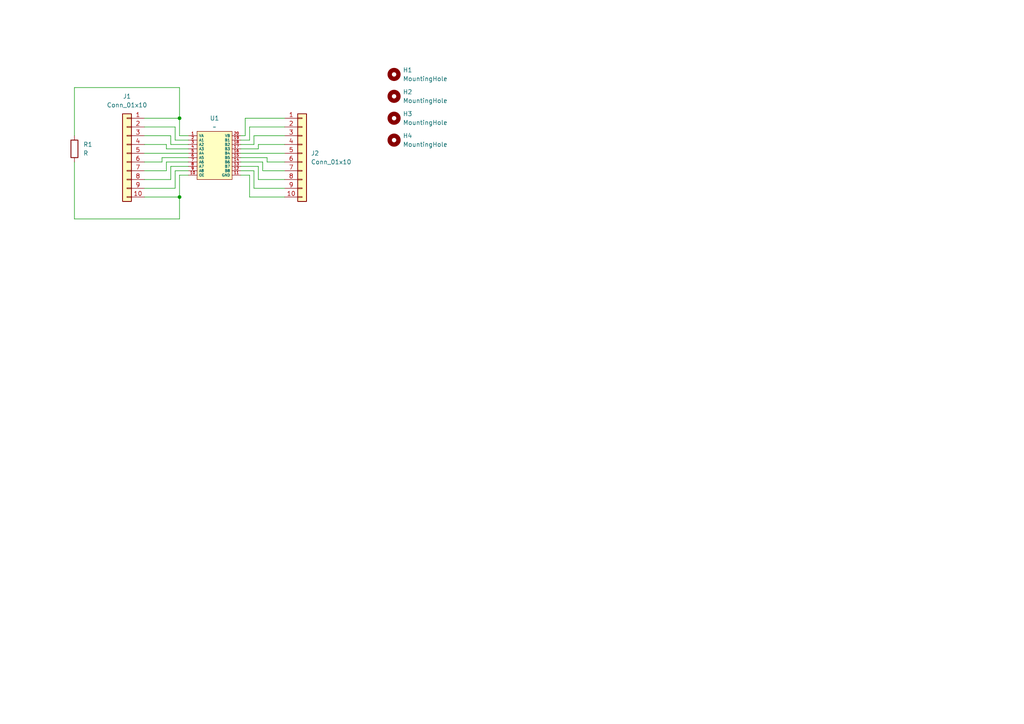
<source format=kicad_sch>
(kicad_sch (version 20250114) (generator "eeschema") (generator_version "9.0")
  (paper "A4")
  (lib_symbols
    (symbol "Connector_Generic:Conn_01x10" (pin_names (offset 1.016) (hide yes))
      (property "Reference" "J" (at 0 12.7 0))
      (property "Value" "Conn_01x10" (at 0 -15.24 0))
      (symbol "Conn_01x10_1_1"
        (rectangle (start -1.27 11.43) (end 1.27 -13.97) (stroke (width 0.254)) (fill (type background)))
        (rectangle (start -1.27 10.287) (end 0 10.033) (stroke (width 0.1524)))
        (rectangle (start -1.27 7.747) (end 0 7.493) (stroke (width 0.1524)))
        (rectangle (start -1.27 5.207) (end 0 4.953) (stroke (width 0.1524)))
        (rectangle (start -1.27 2.667) (end 0 2.413) (stroke (width 0.1524)))
        (rectangle (start -1.27 0.127) (end 0 -0.127) (stroke (width 0.1524)))
        (rectangle (start -1.27 -2.413) (end 0 -2.667) (stroke (width 0.1524)))
        (rectangle (start -1.27 -4.953) (end 0 -5.207) (stroke (width 0.1524)))
        (rectangle (start -1.27 -7.493) (end 0 -7.747) (stroke (width 0.1524)))
        (rectangle (start -1.27 -10.033) (end 0 -10.287) (stroke (width 0.1524)))
        (rectangle (start -1.27 -12.573) (end 0 -12.827) (stroke (width 0.1524)))
        (pin passive line (at -5.08 10.16 0) (length 3.81) (name "Pin_1") (number "1"))
        (pin passive line (at -5.08 7.62 0) (length 3.81) (name "Pin_2") (number "2"))
        (pin passive line (at -5.08 5.08 0) (length 3.81) (name "Pin_3") (number "3"))
        (pin passive line (at -5.08 2.54 0) (length 3.81) (name "Pin_4") (number "4"))
        (pin passive line (at -5.08 0 0) (length 3.81) (name "Pin_5") (number "5"))
        (pin passive line (at -5.08 -2.54 0) (length 3.81) (name "Pin_6") (number "6"))
        (pin passive line (at -5.08 -5.08 0) (length 3.81) (name "Pin_7") (number "7"))
        (pin passive line (at -5.08 -7.62 0) (length 3.81) (name "Pin_8") (number "8"))
        (pin passive line (at -5.08 -10.16 0) (length 3.81) (name "Pin_9") (number "9"))
        (pin passive line (at -5.08 -12.7 0) (length 3.81) (name "Pin_10") (number "10"))
      )
    )
    (symbol "Device:R" (pin_numbers (hide yes)) (pin_names (offset 0))
      (property "Reference" "R" (at 2.032 0 90))
      (property "Value" "R" (at 0 0 90))
      (symbol "R_0_1"
        (rectangle (start -1.016 -2.54) (end 1.016 2.54) (stroke (width 0.254)))
      )
      (symbol "R_1_1"
        (pin passive line (at 0 3.81 270) (length 1.27) (name "~") (number "1"))
        (pin passive line (at 0 -3.81 90) (length 1.27) (name "~") (number "2"))
      )
    )
    (symbol "Mechanical:MountingHole" (pin_names (offset 1.016)) (in_bom no)
      (property "Reference" "H" (at 0 5.08 0))
      (property "Value" "MountingHole" (at 0 3.175 0))
      (symbol "MountingHole_0_1"
        (circle (center 0 0) (radius 1.27) (stroke (width 1.27)))
      )
    )
    (symbol "_pinout_10x2_50mil:TXS0108"
      (property "Reference" "U1" (at 5.08 5.08 0))
      (property "Value" "~" (at 5.08 2.54 0))
      (symbol "TXS0108_1_1"
        (rectangle (start 0 1.27) (end 10.16 -12.7) (fill (type background)))
        (pin power_in line (at -2.54 0 0) (length 2.54) (name "VA") (number "1"))
        (pin bidirectional line (at -2.54 -1.27 0) (length 2.54) (name "A1") (number "2"))
        (pin bidirectional line (at -2.54 -2.54 0) (length 2.54) (name "A2") (number "3"))
        (pin bidirectional line (at -2.54 -3.81 0) (length 2.54) (name "A3") (number "4"))
        (pin bidirectional line (at -2.54 -5.08 0) (length 2.54) (name "A4") (number "5"))
        (pin bidirectional line (at -2.54 -6.35 0) (length 2.54) (name "A5") (number "6"))
        (pin bidirectional line (at -2.54 -7.62 0) (length 2.54) (name "A6") (number "7"))
        (pin bidirectional line (at -2.54 -8.89 0) (length 2.54) (name "A7") (number "8"))
        (pin bidirectional line (at -2.54 -10.16 0) (length 2.54) (name "A8") (number "9"))
        (pin input line (at -2.54 -11.43 0) (length 2.54) (name "OE") (number "10"))
        (pin power_in line (at 12.7 0 180) (length 2.54) (name "VB") (number "20"))
        (pin bidirectional line (at 12.7 -1.27 180) (length 2.54) (name "B1") (number "19"))
        (pin bidirectional line (at 12.7 -2.54 180) (length 2.54) (name "B2") (number "18"))
        (pin bidirectional line (at 12.7 -3.81 180) (length 2.54) (name "B3") (number "17"))
        (pin bidirectional line (at 12.7 -5.08 180) (length 2.54) (name "B4") (number "16"))
        (pin bidirectional line (at 12.7 -6.35 180) (length 2.54) (name "B5") (number "15"))
        (pin bidirectional line (at 12.7 -7.62 180) (length 2.54) (name "B6") (number "14"))
        (pin bidirectional line (at 12.7 -8.89 180) (length 2.54) (name "B7") (number "13"))
        (pin bidirectional line (at 12.7 -10.16 180) (length 2.54) (name "B8") (number "12"))
        (pin power_in line (at 12.7 -11.43 180) (length 2.54) (name "GND") (number "11"))
      )
    )
  )
  (junction (at 52.07 34.29))
  (junction (at 52.07 57.15))
  (wire (pts (xy 41.91 49.53) (xy 48.26 49.53)))
  (wire (pts (xy 74.93 41.91) (xy 82.55 41.91)))
  (wire (pts (xy 73.66 39.37) (xy 82.55 39.37)))
  (wire (pts (xy 69.85 46.99) (xy 76.2 46.99)))
  (wire (pts (xy 46.99 46.99) (xy 46.99 45.72)))
  (wire (pts (xy 41.91 39.37) (xy 49.53 39.37)))
  (wire (pts (xy 72.39 36.83) (xy 82.55 36.83)))
  (wire (pts (xy 71.12 34.29) (xy 82.55 34.29)))
  (wire (pts (xy 73.66 49.53) (xy 73.66 54.61)))
  (wire (pts (xy 74.93 52.07) (xy 82.55 52.07)))
  (wire (pts (xy 69.85 39.37) (xy 71.12 39.37)))
  (wire (pts (xy 69.85 40.64) (xy 72.39 40.64)))
  (wire (pts (xy 52.07 34.29) (xy 52.07 39.37)))
  (wire (pts (xy 21.59 25.4) (xy 52.07 25.4)))
  (wire (pts (xy 21.59 63.5) (xy 52.07 63.5)))
  (wire (pts (xy 50.8 36.83) (xy 50.8 40.64)))
  (wire (pts (xy 41.91 34.29) (xy 52.07 34.29)))
  (wire (pts (xy 41.91 52.07) (xy 49.53 52.07)))
  (wire (pts (xy 49.53 52.07) (xy 49.53 48.26)))
  (wire (pts (xy 69.85 44.45) (xy 82.55 44.45)))
  (wire (pts (xy 49.53 41.91) (xy 54.61 41.91)))
  (wire (pts (xy 52.07 39.37) (xy 54.61 39.37)))
  (wire (pts (xy 72.39 50.8) (xy 72.39 57.15)))
  (wire (pts (xy 52.07 57.15) (xy 52.07 50.8)))
  (wire (pts (xy 50.8 54.61) (xy 50.8 49.53)))
  (wire (pts (xy 69.85 41.91) (xy 73.66 41.91)))
  (wire (pts (xy 21.59 46.99) (xy 21.59 63.5)))
  (wire (pts (xy 69.85 48.26) (xy 74.93 48.26)))
  (wire (pts (xy 73.66 41.91) (xy 73.66 39.37)))
  (wire (pts (xy 48.26 49.53) (xy 48.26 46.99)))
  (wire (pts (xy 74.93 48.26) (xy 74.93 52.07)))
  (wire (pts (xy 48.26 46.99) (xy 54.61 46.99)))
  (wire (pts (xy 41.91 46.99) (xy 46.99 46.99)))
  (wire (pts (xy 50.8 49.53) (xy 54.61 49.53)))
  (wire (pts (xy 41.91 57.15) (xy 52.07 57.15)))
  (wire (pts (xy 76.2 46.99) (xy 76.2 49.53)))
  (wire (pts (xy 74.93 43.18) (xy 74.93 41.91)))
  (wire (pts (xy 77.47 46.99) (xy 82.55 46.99)))
  (wire (pts (xy 48.26 41.91) (xy 48.26 43.18)))
  (wire (pts (xy 52.07 57.15) (xy 52.07 63.5)))
  (wire (pts (xy 21.59 39.37) (xy 21.59 25.4)))
  (wire (pts (xy 48.26 43.18) (xy 54.61 43.18)))
  (wire (pts (xy 77.47 45.72) (xy 77.47 46.99)))
  (wire (pts (xy 52.07 50.8) (xy 54.61 50.8)))
  (wire (pts (xy 49.53 48.26) (xy 54.61 48.26)))
  (wire (pts (xy 46.99 45.72) (xy 54.61 45.72)))
  (wire (pts (xy 69.85 45.72) (xy 77.47 45.72)))
  (wire (pts (xy 49.53 39.37) (xy 49.53 41.91)))
  (wire (pts (xy 41.91 41.91) (xy 48.26 41.91)))
  (wire (pts (xy 71.12 39.37) (xy 71.12 34.29)))
  (wire (pts (xy 41.91 36.83) (xy 50.8 36.83)))
  (wire (pts (xy 50.8 40.64) (xy 54.61 40.64)))
  (wire (pts (xy 72.39 40.64) (xy 72.39 36.83)))
  (wire (pts (xy 41.91 54.61) (xy 50.8 54.61)))
  (wire (pts (xy 73.66 54.61) (xy 82.55 54.61)))
  (wire (pts (xy 52.07 25.4) (xy 52.07 34.29)))
  (wire (pts (xy 41.91 44.45) (xy 54.61 44.45)))
  (wire (pts (xy 69.85 50.8) (xy 72.39 50.8)))
  (wire (pts (xy 69.85 49.53) (xy 73.66 49.53)))
  (wire (pts (xy 76.2 49.53) (xy 82.55 49.53)))
  (wire (pts (xy 69.85 43.18) (xy 74.93 43.18)))
  (wire (pts (xy 72.39 57.15) (xy 82.55 57.15)))
  (symbol (lib_id "Connector_Generic:Conn_01x10") (at 36.83 44.45 0) (mirror y) (unit 1)
    (property "Reference" "J1" (at 36.83 27.94 0))
    (property "Value" "Conn_01x10" (at 36.83 30.48 0))
    (property "Footprint" "_customized:connector_01x10_508" (effects (hide yes)))
    (property "Description" "Generic connector, single row, 01x10, script generated (kicad-library-utils/schlib/autogen/connector/)" (effects (hide yes)))
  )
  (symbol (lib_id "Mechanical:MountingHole") (at 114.3 40.64 0) (unit 1) (in_bom no)
    (property "Reference" "H4" (at 116.84 39.3699 0) (effects (justify left)))
    (property "Value" "MountingHole" (at 116.84 41.9099 0) (effects (justify left)))
    (property "Footprint" "_customized:hole_3mm" (effects (hide yes)))
    (property "Description" "Mounting Hole without connection" (effects (hide yes)))
  )
  (symbol (lib_id "Mechanical:MountingHole") (at 114.3 21.59 0) (unit 1) (in_bom no)
    (property "Reference" "H1" (at 116.84 20.3199 0) (effects (justify left)))
    (property "Value" "MountingHole" (at 116.84 22.8599 0) (effects (justify left)))
    (property "Footprint" "_customized:hole_3mm" (effects (hide yes)))
    (property "Description" "Mounting Hole without connection" (effects (hide yes)))
  )
  (symbol (lib_id "Device:R") (at 21.59 43.18 180) (unit 1)
    (property "Reference" "R1" (at 24.13 41.9099 0) (effects (justify right)))
    (property "Value" "R" (at 24.13 44.4499 0) (effects (justify right)))
    (property "Footprint" "Resistor_THT:R_Axial_DIN0411_L9.9mm_D3.6mm_P20.32mm_Horizontal" (effects (hide yes)))
    (property "Description" "Resistor" (effects (hide yes)))
  )
  (symbol (lib_id "Connector_Generic:Conn_01x10") (at 87.63 44.45 0) (unit 1)
    (property "Reference" "J2" (at 90.17 44.4499 0) (effects (justify left)))
    (property "Value" "Conn_01x10" (at 90.17 46.9899 0) (effects (justify left)))
    (property "Footprint" "_customized:connector_01x10_508" (effects (hide yes)))
    (property "Description" "Generic connector, single row, 01x10, script generated (kicad-library-utils/schlib/autogen/connector/)" (effects (hide yes)))
  )
  (symbol (lib_id "_pinout_10x2_50mil:TXS0108") (at 57.15 39.37 0) (unit 1)
    (property "Reference" "U1" (at 62.23 34.29 0))
    (property "Value" "~" (at 62.23 36.83 0))
    (property "Footprint" "_customized:TXS0108" (effects (hide yes)))
  )
  (symbol (lib_id "Mechanical:MountingHole") (at 114.3 34.29 0) (unit 1) (in_bom no)
    (property "Reference" "H3" (at 116.84 33.0199 0) (effects (justify left)))
    (property "Value" "MountingHole" (at 116.84 35.5599 0) (effects (justify left)))
    (property "Footprint" "_customized:hole_3mm" (effects (hide yes)))
    (property "Description" "Mounting Hole without connection" (effects (hide yes)))
  )
  (symbol (lib_id "Mechanical:MountingHole") (at 114.3 27.94 0) (unit 1) (in_bom no)
    (property "Reference" "H2" (at 116.84 26.6699 0) (effects (justify left)))
    (property "Value" "MountingHole" (at 116.84 29.2099 0) (effects (justify left)))
    (property "Footprint" "_customized:hole_3mm" (effects (hide yes)))
    (property "Description" "Mounting Hole without connection" (effects (hide yes)))
  )
)
</source>
